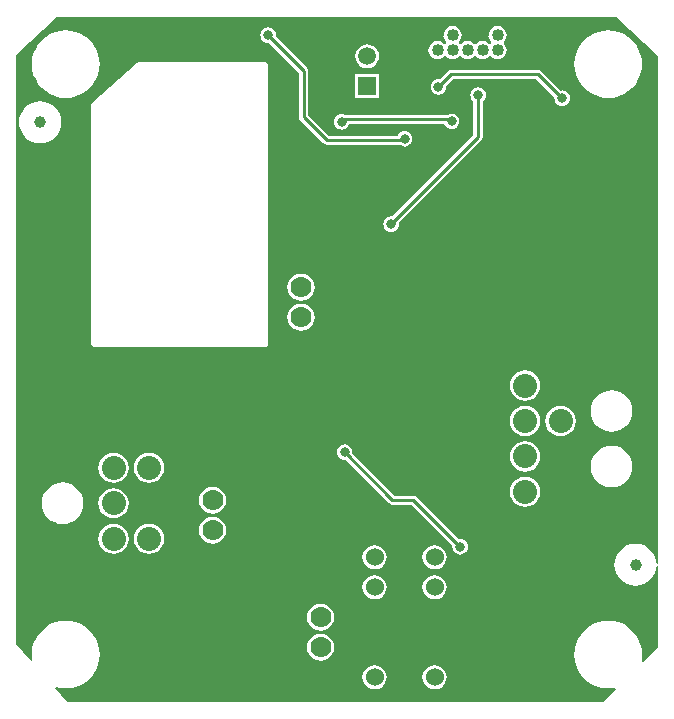
<source format=gbl>
G04*
G04 #@! TF.GenerationSoftware,Altium Limited,Altium Designer,20.1.12 (249)*
G04*
G04 Layer_Physical_Order=2*
G04 Layer_Color=16711680*
%FSLAX25Y25*%
%MOIN*%
G70*
G04*
G04 #@! TF.SameCoordinates,CD40AE63-01C5-41B5-9579-828B942A7482*
G04*
G04*
G04 #@! TF.FilePolarity,Positive*
G04*
G01*
G75*
%ADD10C,0.01000*%
%ADD61C,0.03937*%
%ADD65C,0.04000*%
%ADD66R,0.05906X0.05906*%
%ADD67C,0.05906*%
%ADD68C,0.07000*%
%ADD69C,0.06000*%
%ADD70C,0.08000*%
%ADD71C,0.03150*%
G36*
X587500Y416000D02*
X587500Y246869D01*
X587000Y246844D01*
X586899Y247872D01*
X586498Y249192D01*
X585848Y250408D01*
X584974Y251474D01*
X583908Y252348D01*
X582692Y252998D01*
X581372Y253399D01*
X580000Y253534D01*
X578628Y253399D01*
X577308Y252998D01*
X576092Y252348D01*
X575026Y251474D01*
X574152Y250408D01*
X573502Y249192D01*
X573101Y247872D01*
X572966Y246500D01*
X573101Y245128D01*
X573502Y243808D01*
X574152Y242592D01*
X575026Y241526D01*
X576092Y240651D01*
X577308Y240002D01*
X578628Y239601D01*
X580000Y239466D01*
X581372Y239601D01*
X582692Y240002D01*
X583908Y240651D01*
X584974Y241526D01*
X585848Y242592D01*
X586498Y243808D01*
X586899Y245128D01*
X587000Y246156D01*
X587500Y246131D01*
Y219237D01*
X582341Y214077D01*
X581904Y214322D01*
X582012Y214770D01*
X582151Y216535D01*
X582012Y218301D01*
X581599Y220023D01*
X580921Y221659D01*
X579996Y223168D01*
X578846Y224515D01*
X577499Y225665D01*
X575989Y226590D01*
X574353Y227268D01*
X572632Y227681D01*
X570866Y227820D01*
X569101Y227681D01*
X567379Y227268D01*
X565743Y226590D01*
X564233Y225665D01*
X562887Y224515D01*
X561736Y223168D01*
X560811Y221659D01*
X560134Y220023D01*
X559720Y218301D01*
X559581Y216535D01*
X559720Y214770D01*
X560134Y213048D01*
X560811Y211412D01*
X561736Y209902D01*
X562887Y208556D01*
X564233Y207406D01*
X565743Y206481D01*
X567379Y205803D01*
X569101Y205390D01*
X570866Y205251D01*
X572632Y205390D01*
X573080Y205497D01*
X573324Y205061D01*
X569051Y200787D01*
X390500D01*
X386526Y205294D01*
X386797Y205743D01*
X388270Y205390D01*
X390035Y205251D01*
X391801Y205390D01*
X393523Y205803D01*
X395159Y206481D01*
X396669Y207406D01*
X398015Y208556D01*
X399165Y209902D01*
X400090Y211412D01*
X400768Y213048D01*
X401181Y214770D01*
X401320Y216535D01*
X401181Y218301D01*
X400768Y220023D01*
X400090Y221659D01*
X399165Y223168D01*
X398015Y224515D01*
X396669Y225665D01*
X395159Y226590D01*
X393523Y227268D01*
X391801Y227681D01*
X390035Y227820D01*
X388270Y227681D01*
X386548Y227268D01*
X384912Y226590D01*
X383402Y225665D01*
X382056Y224515D01*
X380906Y223168D01*
X379981Y221659D01*
X379303Y220023D01*
X378890Y218301D01*
X378751Y216535D01*
X378890Y214770D01*
X378917Y214658D01*
X378473Y214427D01*
X373500Y220067D01*
Y416533D01*
X387000Y429134D01*
X573500D01*
X587500Y416000D01*
D02*
G37*
%LPC*%
G36*
X534000Y426026D02*
X533217Y425923D01*
X532487Y425621D01*
X531860Y425140D01*
X531380Y424513D01*
X531077Y423783D01*
X530974Y423000D01*
X531077Y422217D01*
X531380Y421487D01*
X531860Y420860D01*
X531885Y420841D01*
X531911Y420297D01*
X531703Y420089D01*
X531159Y420115D01*
X531140Y420140D01*
X530513Y420620D01*
X529783Y420923D01*
X529000Y421026D01*
X528217Y420923D01*
X527487Y420620D01*
X526860Y420140D01*
X526750Y419996D01*
X526250D01*
X526140Y420140D01*
X525513Y420620D01*
X524783Y420923D01*
X524000Y421026D01*
X523217Y420923D01*
X522487Y420620D01*
X521860Y420140D01*
X521750Y419996D01*
X521250D01*
X521140Y420140D01*
X520996Y420250D01*
Y420750D01*
X521140Y420860D01*
X521621Y421487D01*
X521923Y422217D01*
X522026Y423000D01*
X521923Y423783D01*
X521621Y424513D01*
X521140Y425140D01*
X520513Y425621D01*
X519783Y425923D01*
X519000Y426026D01*
X518217Y425923D01*
X517487Y425621D01*
X516860Y425140D01*
X516379Y424513D01*
X516077Y423783D01*
X515974Y423000D01*
X516077Y422217D01*
X516379Y421487D01*
X516860Y420860D01*
X516885Y420841D01*
X516911Y420297D01*
X516703Y420089D01*
X516159Y420115D01*
X516140Y420140D01*
X515513Y420620D01*
X514783Y420923D01*
X514000Y421026D01*
X513217Y420923D01*
X512487Y420620D01*
X511860Y420140D01*
X511379Y419513D01*
X511077Y418783D01*
X510974Y418000D01*
X511077Y417217D01*
X511379Y416487D01*
X511860Y415860D01*
X512487Y415379D01*
X513217Y415077D01*
X514000Y414974D01*
X514783Y415077D01*
X515513Y415379D01*
X516140Y415860D01*
X516250Y416004D01*
X516750D01*
X516860Y415860D01*
X517487Y415379D01*
X518217Y415077D01*
X519000Y414974D01*
X519783Y415077D01*
X520513Y415379D01*
X521140Y415860D01*
X521250Y416004D01*
X521750D01*
X521860Y415860D01*
X522487Y415379D01*
X523217Y415077D01*
X524000Y414974D01*
X524783Y415077D01*
X525513Y415379D01*
X526140Y415860D01*
X526250Y416004D01*
X526750D01*
X526860Y415860D01*
X527487Y415379D01*
X528217Y415077D01*
X529000Y414974D01*
X529783Y415077D01*
X530513Y415379D01*
X531140Y415860D01*
X531250Y416004D01*
X531750D01*
X531860Y415860D01*
X532487Y415379D01*
X533217Y415077D01*
X534000Y414974D01*
X534783Y415077D01*
X535513Y415379D01*
X536140Y415860D01*
X536621Y416487D01*
X536923Y417217D01*
X537026Y418000D01*
X536923Y418783D01*
X536621Y419513D01*
X536140Y420140D01*
X535996Y420250D01*
Y420750D01*
X536140Y420860D01*
X536621Y421487D01*
X536923Y422217D01*
X537026Y423000D01*
X536923Y423783D01*
X536621Y424513D01*
X536140Y425140D01*
X535513Y425621D01*
X534783Y425923D01*
X534000Y426026D01*
D02*
G37*
G36*
X490500Y419987D02*
X489468Y419851D01*
X488507Y419453D01*
X487681Y418819D01*
X487047Y417993D01*
X486649Y417032D01*
X486513Y416000D01*
X486649Y414968D01*
X487047Y414007D01*
X487681Y413181D01*
X488507Y412547D01*
X489468Y412149D01*
X490500Y412013D01*
X491532Y412149D01*
X492493Y412547D01*
X493319Y413181D01*
X493953Y414007D01*
X494351Y414968D01*
X494487Y416000D01*
X494351Y417032D01*
X493953Y417993D01*
X493319Y418819D01*
X492493Y419453D01*
X491532Y419851D01*
X490500Y419987D01*
D02*
G37*
G36*
X570866Y424671D02*
X569101Y424532D01*
X567379Y424118D01*
X565743Y423441D01*
X564233Y422515D01*
X562887Y421365D01*
X561736Y420019D01*
X560811Y418509D01*
X560134Y416873D01*
X559720Y415151D01*
X559581Y413386D01*
X559720Y411621D01*
X560134Y409899D01*
X560811Y408263D01*
X561736Y406753D01*
X562887Y405406D01*
X564233Y404256D01*
X565743Y403331D01*
X567379Y402653D01*
X569101Y402240D01*
X570866Y402101D01*
X572632Y402240D01*
X574353Y402653D01*
X575989Y403331D01*
X577499Y404256D01*
X578846Y405406D01*
X579996Y406753D01*
X580921Y408263D01*
X581599Y409899D01*
X582012Y411621D01*
X582151Y413386D01*
X582012Y415151D01*
X581599Y416873D01*
X580921Y418509D01*
X579996Y420019D01*
X578846Y421365D01*
X577499Y422515D01*
X575989Y423441D01*
X574353Y424118D01*
X572632Y424532D01*
X570866Y424671D01*
D02*
G37*
G36*
X390035D02*
X388270Y424532D01*
X386548Y424118D01*
X384912Y423441D01*
X383402Y422515D01*
X382056Y421365D01*
X380906Y420019D01*
X379981Y418509D01*
X379303Y416873D01*
X378890Y415151D01*
X378751Y413386D01*
X378890Y411621D01*
X379303Y409899D01*
X379981Y408263D01*
X380906Y406753D01*
X382056Y405406D01*
X383402Y404256D01*
X384912Y403331D01*
X386548Y402653D01*
X388270Y402240D01*
X390035Y402101D01*
X391801Y402240D01*
X393523Y402653D01*
X395159Y403331D01*
X396669Y404256D01*
X398015Y405406D01*
X399165Y406753D01*
X400090Y408263D01*
X400768Y409899D01*
X401181Y411621D01*
X401320Y413386D01*
X401181Y415151D01*
X400768Y416873D01*
X400090Y418509D01*
X399165Y420019D01*
X398015Y421365D01*
X396669Y422515D01*
X395159Y423441D01*
X393523Y424118D01*
X391801Y424532D01*
X390035Y424671D01*
D02*
G37*
G36*
X494453Y409953D02*
X486547D01*
Y402047D01*
X494453D01*
Y409953D01*
D02*
G37*
G36*
X547500Y411529D02*
X518500D01*
X517915Y411413D01*
X517419Y411081D01*
X514696Y408359D01*
X514313Y408410D01*
X513640Y408321D01*
X513014Y408062D01*
X512476Y407649D01*
X512063Y407111D01*
X511804Y406485D01*
X511716Y405813D01*
X511804Y405140D01*
X512063Y404514D01*
X512476Y403976D01*
X513014Y403563D01*
X513640Y403304D01*
X514313Y403216D01*
X514985Y403304D01*
X515611Y403563D01*
X516149Y403976D01*
X516562Y404514D01*
X516821Y405140D01*
X516910Y405813D01*
X516859Y406196D01*
X519134Y408471D01*
X546867D01*
X552953Y402384D01*
X552903Y402000D01*
X552991Y401328D01*
X553251Y400702D01*
X553664Y400164D01*
X554202Y399751D01*
X554828Y399492D01*
X555500Y399403D01*
X556172Y399492D01*
X556799Y399751D01*
X557336Y400164D01*
X557749Y400702D01*
X558008Y401328D01*
X558097Y402000D01*
X558008Y402672D01*
X557749Y403299D01*
X557336Y403836D01*
X556799Y404249D01*
X556172Y404508D01*
X555500Y404597D01*
X555116Y404546D01*
X548581Y411081D01*
X548085Y411413D01*
X547500Y411529D01*
D02*
G37*
G36*
X518698Y396899D02*
X518025Y396811D01*
X517399Y396551D01*
X517294Y396471D01*
X517000Y396529D01*
X482972D01*
X482924Y396520D01*
X482734Y396598D01*
X482062Y396687D01*
X481390Y396598D01*
X480763Y396339D01*
X480226Y395926D01*
X479813Y395388D01*
X479554Y394762D01*
X479465Y394090D01*
X479554Y393417D01*
X479813Y392791D01*
X480226Y392253D01*
X480763Y391841D01*
X481390Y391581D01*
X482062Y391493D01*
X482734Y391581D01*
X483360Y391841D01*
X483898Y392253D01*
X484311Y392791D01*
X484571Y393417D01*
X484578Y393471D01*
X516255D01*
X516448Y393004D01*
X516861Y392466D01*
X517399Y392053D01*
X518025Y391794D01*
X518698Y391705D01*
X519370Y391794D01*
X519996Y392053D01*
X520534Y392466D01*
X520947Y393004D01*
X521206Y393630D01*
X521295Y394302D01*
X521206Y394975D01*
X520947Y395601D01*
X520534Y396139D01*
X519996Y396551D01*
X519370Y396811D01*
X518698Y396899D01*
D02*
G37*
G36*
X381500Y401034D02*
X380128Y400899D01*
X378808Y400498D01*
X377592Y399849D01*
X376526Y398974D01*
X375652Y397908D01*
X375002Y396692D01*
X374601Y395372D01*
X374466Y394000D01*
X374601Y392628D01*
X375002Y391308D01*
X375652Y390092D01*
X376526Y389026D01*
X377592Y388152D01*
X378808Y387502D01*
X380128Y387101D01*
X381500Y386966D01*
X382872Y387101D01*
X384192Y387502D01*
X385408Y388152D01*
X386474Y389026D01*
X387349Y390092D01*
X387999Y391308D01*
X388399Y392628D01*
X388534Y394000D01*
X388399Y395372D01*
X387999Y396692D01*
X387349Y397908D01*
X386474Y398974D01*
X385408Y399849D01*
X384192Y400498D01*
X382872Y400899D01*
X381500Y401034D01*
D02*
G37*
G36*
X457500Y425597D02*
X456828Y425508D01*
X456202Y425249D01*
X455664Y424836D01*
X455251Y424298D01*
X454991Y423672D01*
X454903Y423000D01*
X454991Y422328D01*
X455251Y421701D01*
X455664Y421164D01*
X456202Y420751D01*
X456828Y420492D01*
X457500Y420403D01*
X457884Y420454D01*
X467821Y410517D01*
Y395650D01*
X467937Y395065D01*
X468268Y394569D01*
X475919Y386919D01*
X476415Y386587D01*
X477000Y386471D01*
X501339D01*
X501400Y386483D01*
X501701Y386251D01*
X502328Y385992D01*
X503000Y385903D01*
X503672Y385992D01*
X504298Y386251D01*
X504836Y386664D01*
X505249Y387201D01*
X505509Y387828D01*
X505597Y388500D01*
X505509Y389172D01*
X505249Y389798D01*
X504836Y390336D01*
X504298Y390749D01*
X503672Y391008D01*
X503000Y391097D01*
X502328Y391008D01*
X501701Y390749D01*
X501164Y390336D01*
X500751Y389798D01*
X500639Y389529D01*
X477633D01*
X470879Y396284D01*
Y411150D01*
X470763Y411735D01*
X470431Y412232D01*
X460046Y422616D01*
X460097Y423000D01*
X460008Y423672D01*
X459749Y424298D01*
X459336Y424836D01*
X458799Y425249D01*
X458172Y425508D01*
X457500Y425597D01*
D02*
G37*
G36*
X527500Y405597D02*
X526828Y405509D01*
X526201Y405249D01*
X525664Y404836D01*
X525251Y404298D01*
X524992Y403672D01*
X524903Y403000D01*
X524992Y402328D01*
X525251Y401701D01*
X525664Y401164D01*
X525971Y400928D01*
Y389633D01*
X498884Y362546D01*
X498500Y362597D01*
X497828Y362509D01*
X497201Y362249D01*
X496664Y361836D01*
X496251Y361298D01*
X495992Y360672D01*
X495903Y360000D01*
X495992Y359328D01*
X496251Y358701D01*
X496664Y358164D01*
X497201Y357751D01*
X497828Y357491D01*
X498500Y357403D01*
X499172Y357491D01*
X499798Y357751D01*
X500336Y358164D01*
X500749Y358701D01*
X501009Y359328D01*
X501097Y360000D01*
X501047Y360384D01*
X528581Y387919D01*
X528913Y388415D01*
X529029Y389000D01*
Y400928D01*
X529336Y401164D01*
X529749Y401701D01*
X530009Y402328D01*
X530097Y403000D01*
X530009Y403672D01*
X529749Y404298D01*
X529336Y404836D01*
X528798Y405249D01*
X528172Y405509D01*
X527500Y405597D01*
D02*
G37*
G36*
X468500Y343539D02*
X467325Y343384D01*
X466231Y342931D01*
X465291Y342209D01*
X464569Y341269D01*
X464116Y340175D01*
X463961Y339000D01*
X464116Y337825D01*
X464569Y336731D01*
X465291Y335791D01*
X466231Y335069D01*
X467325Y334616D01*
X468500Y334461D01*
X469675Y334616D01*
X470769Y335069D01*
X471709Y335791D01*
X472431Y336731D01*
X472884Y337825D01*
X473039Y339000D01*
X472884Y340175D01*
X472431Y341269D01*
X471709Y342209D01*
X470769Y342931D01*
X469675Y343384D01*
X468500Y343539D01*
D02*
G37*
G36*
Y333539D02*
X467325Y333384D01*
X466231Y332931D01*
X465291Y332209D01*
X464569Y331269D01*
X464116Y330175D01*
X463961Y329000D01*
X464116Y327825D01*
X464569Y326731D01*
X465291Y325791D01*
X466231Y325069D01*
X467325Y324616D01*
X468500Y324461D01*
X469675Y324616D01*
X470769Y325069D01*
X471709Y325791D01*
X472431Y326731D01*
X472884Y327825D01*
X473039Y329000D01*
X472884Y330175D01*
X472431Y331269D01*
X471709Y332209D01*
X470769Y332931D01*
X469675Y333384D01*
X468500Y333539D01*
D02*
G37*
G36*
X456500Y414020D02*
X414500D01*
X414331Y413986D01*
X414160Y413961D01*
X414137Y413947D01*
X414110Y413942D01*
X413966Y413846D01*
X413818Y413758D01*
X398818Y400258D01*
X398802Y400236D01*
X398779Y400221D01*
X398683Y400077D01*
X398580Y399939D01*
X398573Y399913D01*
X398558Y399890D01*
X398524Y399721D01*
X398482Y399554D01*
X398486Y399527D01*
X398480Y399500D01*
Y320500D01*
X398558Y320110D01*
X398779Y319779D01*
X399279Y319279D01*
X399610Y319058D01*
X400000Y318980D01*
X456500D01*
X456890Y319058D01*
X457221Y319279D01*
X457442Y319610D01*
X457520Y320000D01*
Y413000D01*
X457442Y413390D01*
X457221Y413721D01*
X456890Y413942D01*
X456500Y414020D01*
D02*
G37*
G36*
X543180Y311259D02*
X541875Y311087D01*
X540659Y310583D01*
X539614Y309782D01*
X538813Y308737D01*
X538309Y307521D01*
X538137Y306216D01*
X538309Y304910D01*
X538813Y303694D01*
X539614Y302650D01*
X540659Y301848D01*
X541875Y301344D01*
X543180Y301173D01*
X544486Y301344D01*
X545702Y301848D01*
X546746Y302650D01*
X547548Y303694D01*
X548052Y304910D01*
X548223Y306216D01*
X548052Y307521D01*
X547548Y308737D01*
X546746Y309782D01*
X545702Y310583D01*
X544486Y311087D01*
X543180Y311259D01*
D02*
G37*
G36*
X571999Y304690D02*
X570646Y304557D01*
X569344Y304162D01*
X568144Y303521D01*
X567093Y302658D01*
X566230Y301606D01*
X565589Y300407D01*
X565194Y299105D01*
X565060Y297751D01*
X565194Y296397D01*
X565589Y295096D01*
X566230Y293896D01*
X567093Y292845D01*
X568144Y291982D01*
X569344Y291340D01*
X570646Y290946D01*
X571999Y290812D01*
X573353Y290946D01*
X574655Y291340D01*
X575854Y291982D01*
X576906Y292845D01*
X577769Y293896D01*
X578410Y295096D01*
X578805Y296397D01*
X578938Y297751D01*
X578805Y299105D01*
X578410Y300407D01*
X577769Y301606D01*
X576906Y302658D01*
X575854Y303521D01*
X574655Y304162D01*
X573353Y304557D01*
X571999Y304690D01*
D02*
G37*
G36*
X554999Y299448D02*
X553694Y299276D01*
X552478Y298772D01*
X551433Y297971D01*
X550632Y296926D01*
X550128Y295710D01*
X549956Y294405D01*
X550128Y293099D01*
X550632Y291883D01*
X551433Y290839D01*
X552478Y290037D01*
X553694Y289533D01*
X554999Y289362D01*
X556305Y289533D01*
X557521Y290037D01*
X558565Y290839D01*
X559367Y291883D01*
X559870Y293099D01*
X560042Y294405D01*
X559870Y295710D01*
X559367Y296926D01*
X558565Y297971D01*
X557521Y298772D01*
X556305Y299276D01*
X554999Y299448D01*
D02*
G37*
G36*
X543180D02*
X541875Y299276D01*
X540659Y298772D01*
X539614Y297971D01*
X538813Y296926D01*
X538309Y295710D01*
X538137Y294405D01*
X538309Y293099D01*
X538813Y291883D01*
X539614Y290839D01*
X540659Y290037D01*
X541875Y289533D01*
X543180Y289362D01*
X544486Y289533D01*
X545702Y290037D01*
X546746Y290839D01*
X547548Y291883D01*
X548052Y293099D01*
X548223Y294405D01*
X548052Y295710D01*
X547548Y296926D01*
X546746Y297971D01*
X545702Y298772D01*
X544486Y299276D01*
X543180Y299448D01*
D02*
G37*
G36*
Y287637D02*
X541875Y287465D01*
X540659Y286961D01*
X539614Y286160D01*
X538813Y285115D01*
X538309Y283899D01*
X538137Y282594D01*
X538309Y281288D01*
X538813Y280072D01*
X539614Y279028D01*
X540659Y278226D01*
X541875Y277722D01*
X543180Y277551D01*
X544486Y277722D01*
X545702Y278226D01*
X546746Y279028D01*
X547548Y280072D01*
X548052Y281288D01*
X548223Y282594D01*
X548052Y283899D01*
X547548Y285115D01*
X546746Y286160D01*
X545702Y286961D01*
X544486Y287465D01*
X543180Y287637D01*
D02*
G37*
G36*
X417819Y283854D02*
X416514Y283682D01*
X415297Y283178D01*
X414253Y282377D01*
X413451Y281333D01*
X412948Y280116D01*
X412776Y278811D01*
X412948Y277506D01*
X413451Y276289D01*
X414253Y275245D01*
X415297Y274444D01*
X416514Y273940D01*
X417819Y273768D01*
X419124Y273940D01*
X420340Y274444D01*
X421385Y275245D01*
X422186Y276289D01*
X422690Y277506D01*
X422862Y278811D01*
X422690Y280116D01*
X422186Y281333D01*
X421385Y282377D01*
X420340Y283178D01*
X419124Y283682D01*
X417819Y283854D01*
D02*
G37*
G36*
X406000D02*
X404695Y283682D01*
X403478Y283178D01*
X402434Y282377D01*
X401632Y281333D01*
X401129Y280116D01*
X400957Y278811D01*
X401129Y277506D01*
X401632Y276289D01*
X402434Y275245D01*
X403478Y274444D01*
X404695Y273940D01*
X406000Y273768D01*
X407305Y273940D01*
X408522Y274444D01*
X409566Y275245D01*
X410367Y276289D01*
X410871Y277506D01*
X411043Y278811D01*
X410871Y280116D01*
X410367Y281333D01*
X409566Y282377D01*
X408522Y283178D01*
X407305Y283682D01*
X406000Y283854D01*
D02*
G37*
G36*
X571999Y286186D02*
X570646Y286053D01*
X569344Y285658D01*
X568144Y285017D01*
X567093Y284154D01*
X566230Y283102D01*
X565589Y281903D01*
X565194Y280601D01*
X565060Y279247D01*
X565194Y277893D01*
X565589Y276592D01*
X566230Y275392D01*
X567093Y274341D01*
X568144Y273478D01*
X569344Y272836D01*
X570646Y272442D01*
X571999Y272308D01*
X573353Y272442D01*
X574655Y272836D01*
X575854Y273478D01*
X576906Y274341D01*
X577769Y275392D01*
X578410Y276592D01*
X578805Y277893D01*
X578938Y279247D01*
X578805Y280601D01*
X578410Y281903D01*
X577769Y283102D01*
X576906Y284154D01*
X575854Y285017D01*
X574655Y285658D01*
X573353Y286053D01*
X571999Y286186D01*
D02*
G37*
G36*
X543180Y275826D02*
X541875Y275654D01*
X540659Y275150D01*
X539614Y274349D01*
X538813Y273304D01*
X538309Y272088D01*
X538137Y270783D01*
X538309Y269477D01*
X538813Y268261D01*
X539614Y267217D01*
X540659Y266415D01*
X541875Y265911D01*
X543180Y265739D01*
X544486Y265911D01*
X545702Y266415D01*
X546746Y267217D01*
X547548Y268261D01*
X548052Y269477D01*
X548223Y270783D01*
X548052Y272088D01*
X547548Y273304D01*
X546746Y274349D01*
X545702Y275150D01*
X544486Y275654D01*
X543180Y275826D01*
D02*
G37*
G36*
X439000Y272539D02*
X437825Y272384D01*
X436731Y271931D01*
X435791Y271209D01*
X435069Y270269D01*
X434616Y269175D01*
X434461Y268000D01*
X434616Y266825D01*
X435069Y265731D01*
X435791Y264791D01*
X436731Y264069D01*
X437825Y263616D01*
X439000Y263461D01*
X440175Y263616D01*
X441269Y264069D01*
X442209Y264791D01*
X442931Y265731D01*
X443384Y266825D01*
X443539Y268000D01*
X443384Y269175D01*
X442931Y270269D01*
X442209Y271209D01*
X441269Y271931D01*
X440175Y272384D01*
X439000Y272539D01*
D02*
G37*
G36*
X406000Y272043D02*
X404695Y271871D01*
X403478Y271368D01*
X402434Y270566D01*
X401632Y269522D01*
X401129Y268305D01*
X400957Y267000D01*
X401129Y265695D01*
X401632Y264478D01*
X402434Y263434D01*
X403478Y262632D01*
X404695Y262129D01*
X406000Y261957D01*
X407305Y262129D01*
X408522Y262632D01*
X409566Y263434D01*
X410367Y264478D01*
X410871Y265695D01*
X411043Y267000D01*
X410871Y268305D01*
X410367Y269522D01*
X409566Y270566D01*
X408522Y271368D01*
X407305Y271871D01*
X406000Y272043D01*
D02*
G37*
G36*
X389000Y273939D02*
X387646Y273806D01*
X386345Y273411D01*
X385145Y272769D01*
X384093Y271907D01*
X383230Y270855D01*
X382589Y269655D01*
X382194Y268354D01*
X382061Y267000D01*
X382194Y265646D01*
X382589Y264345D01*
X383230Y263145D01*
X384093Y262093D01*
X385145Y261230D01*
X386345Y260589D01*
X387646Y260194D01*
X389000Y260061D01*
X390354Y260194D01*
X391655Y260589D01*
X392855Y261230D01*
X393907Y262093D01*
X394770Y263145D01*
X395411Y264345D01*
X395806Y265646D01*
X395939Y267000D01*
X395806Y268354D01*
X395411Y269655D01*
X394770Y270855D01*
X393907Y271907D01*
X392855Y272769D01*
X391655Y273411D01*
X390354Y273806D01*
X389000Y273939D01*
D02*
G37*
G36*
X439000Y262539D02*
X437825Y262384D01*
X436731Y261931D01*
X435791Y261209D01*
X435069Y260269D01*
X434616Y259175D01*
X434461Y258000D01*
X434616Y256825D01*
X435069Y255731D01*
X435791Y254791D01*
X436731Y254069D01*
X437825Y253616D01*
X439000Y253461D01*
X440175Y253616D01*
X441269Y254069D01*
X442209Y254791D01*
X442931Y255731D01*
X443384Y256825D01*
X443539Y258000D01*
X443384Y259175D01*
X442931Y260269D01*
X442209Y261209D01*
X441269Y261931D01*
X440175Y262384D01*
X439000Y262539D01*
D02*
G37*
G36*
X417819Y260232D02*
X416514Y260060D01*
X415297Y259557D01*
X414253Y258755D01*
X413451Y257711D01*
X412948Y256494D01*
X412776Y255189D01*
X412948Y253884D01*
X413451Y252667D01*
X414253Y251623D01*
X415297Y250821D01*
X416514Y250318D01*
X417819Y250146D01*
X419124Y250318D01*
X420340Y250821D01*
X421385Y251623D01*
X422186Y252667D01*
X422690Y253884D01*
X422862Y255189D01*
X422690Y256494D01*
X422186Y257711D01*
X421385Y258755D01*
X420340Y259557D01*
X419124Y260060D01*
X417819Y260232D01*
D02*
G37*
G36*
X406000D02*
X404695Y260060D01*
X403478Y259557D01*
X402434Y258755D01*
X401632Y257711D01*
X401129Y256494D01*
X400957Y255189D01*
X401129Y253884D01*
X401632Y252667D01*
X402434Y251623D01*
X403478Y250821D01*
X404695Y250318D01*
X406000Y250146D01*
X407305Y250318D01*
X408522Y250821D01*
X409566Y251623D01*
X410367Y252667D01*
X410871Y253884D01*
X411043Y255189D01*
X410871Y256494D01*
X410367Y257711D01*
X409566Y258755D01*
X408522Y259557D01*
X407305Y260060D01*
X406000Y260232D01*
D02*
G37*
G36*
X483000Y286597D02*
X482328Y286508D01*
X481702Y286249D01*
X481164Y285836D01*
X480751Y285298D01*
X480491Y284672D01*
X480403Y284000D01*
X480491Y283328D01*
X480751Y282701D01*
X481164Y282164D01*
X481702Y281751D01*
X482328Y281491D01*
X483000Y281403D01*
X483384Y281453D01*
X497874Y266963D01*
X498370Y266631D01*
X498956Y266515D01*
X505322D01*
X518954Y252884D01*
X518903Y252500D01*
X518992Y251828D01*
X519251Y251202D01*
X519664Y250664D01*
X520201Y250251D01*
X520828Y249991D01*
X521500Y249903D01*
X522172Y249991D01*
X522798Y250251D01*
X523336Y250664D01*
X523749Y251202D01*
X524009Y251828D01*
X524097Y252500D01*
X524009Y253172D01*
X523749Y253799D01*
X523336Y254336D01*
X522798Y254749D01*
X522172Y255009D01*
X521500Y255097D01*
X521116Y255047D01*
X507037Y269126D01*
X506541Y269457D01*
X505956Y269574D01*
X499589D01*
X485546Y283616D01*
X485597Y284000D01*
X485508Y284672D01*
X485249Y285298D01*
X484836Y285836D01*
X484299Y286249D01*
X483672Y286508D01*
X483000Y286597D01*
D02*
G37*
G36*
X513000Y253034D02*
X511956Y252897D01*
X510983Y252494D01*
X510147Y251853D01*
X509506Y251017D01*
X509103Y250044D01*
X508965Y249000D01*
X509103Y247956D01*
X509506Y246983D01*
X510147Y246147D01*
X510983Y245506D01*
X511956Y245103D01*
X513000Y244966D01*
X514044Y245103D01*
X515017Y245506D01*
X515853Y246147D01*
X516494Y246983D01*
X516897Y247956D01*
X517034Y249000D01*
X516897Y250044D01*
X516494Y251017D01*
X515853Y251853D01*
X515017Y252494D01*
X514044Y252897D01*
X513000Y253034D01*
D02*
G37*
G36*
X493000D02*
X491956Y252897D01*
X490983Y252494D01*
X490147Y251853D01*
X489506Y251017D01*
X489103Y250044D01*
X488966Y249000D01*
X489103Y247956D01*
X489506Y246983D01*
X490147Y246147D01*
X490983Y245506D01*
X491956Y245103D01*
X493000Y244966D01*
X494044Y245103D01*
X495017Y245506D01*
X495853Y246147D01*
X496494Y246983D01*
X496897Y247956D01*
X497035Y249000D01*
X496897Y250044D01*
X496494Y251017D01*
X495853Y251853D01*
X495017Y252494D01*
X494044Y252897D01*
X493000Y253034D01*
D02*
G37*
G36*
X513000Y243035D02*
X511956Y242897D01*
X510983Y242494D01*
X510147Y241853D01*
X509506Y241017D01*
X509103Y240044D01*
X508965Y239000D01*
X509103Y237956D01*
X509506Y236983D01*
X510147Y236147D01*
X510983Y235506D01*
X511956Y235103D01*
X513000Y234965D01*
X514044Y235103D01*
X515017Y235506D01*
X515853Y236147D01*
X516494Y236983D01*
X516897Y237956D01*
X517034Y239000D01*
X516897Y240044D01*
X516494Y241017D01*
X515853Y241853D01*
X515017Y242494D01*
X514044Y242897D01*
X513000Y243035D01*
D02*
G37*
G36*
X493000D02*
X491956Y242897D01*
X490983Y242494D01*
X490147Y241853D01*
X489506Y241017D01*
X489103Y240044D01*
X488966Y239000D01*
X489103Y237956D01*
X489506Y236983D01*
X490147Y236147D01*
X490983Y235506D01*
X491956Y235103D01*
X493000Y234965D01*
X494044Y235103D01*
X495017Y235506D01*
X495853Y236147D01*
X496494Y236983D01*
X496897Y237956D01*
X497035Y239000D01*
X496897Y240044D01*
X496494Y241017D01*
X495853Y241853D01*
X495017Y242494D01*
X494044Y242897D01*
X493000Y243035D01*
D02*
G37*
G36*
X475000Y233539D02*
X473825Y233384D01*
X472731Y232931D01*
X471791Y232209D01*
X471069Y231269D01*
X470616Y230175D01*
X470461Y229000D01*
X470616Y227825D01*
X471069Y226731D01*
X471791Y225791D01*
X472731Y225069D01*
X473825Y224616D01*
X475000Y224461D01*
X476175Y224616D01*
X477269Y225069D01*
X478209Y225791D01*
X478931Y226731D01*
X479384Y227825D01*
X479539Y229000D01*
X479384Y230175D01*
X478931Y231269D01*
X478209Y232209D01*
X477269Y232931D01*
X476175Y233384D01*
X475000Y233539D01*
D02*
G37*
G36*
Y223539D02*
X473825Y223384D01*
X472731Y222931D01*
X471791Y222209D01*
X471069Y221269D01*
X470616Y220175D01*
X470461Y219000D01*
X470616Y217825D01*
X471069Y216731D01*
X471791Y215791D01*
X472731Y215069D01*
X473825Y214616D01*
X475000Y214461D01*
X476175Y214616D01*
X477269Y215069D01*
X478209Y215791D01*
X478931Y216731D01*
X479384Y217825D01*
X479539Y219000D01*
X479384Y220175D01*
X478931Y221269D01*
X478209Y222209D01*
X477269Y222931D01*
X476175Y223384D01*
X475000Y223539D01*
D02*
G37*
G36*
X513000Y213035D02*
X511956Y212897D01*
X510983Y212494D01*
X510147Y211853D01*
X509506Y211017D01*
X509103Y210044D01*
X508965Y209000D01*
X509103Y207956D01*
X509506Y206983D01*
X510147Y206147D01*
X510983Y205506D01*
X511956Y205103D01*
X513000Y204965D01*
X514044Y205103D01*
X515017Y205506D01*
X515853Y206147D01*
X516494Y206983D01*
X516897Y207956D01*
X517034Y209000D01*
X516897Y210044D01*
X516494Y211017D01*
X515853Y211853D01*
X515017Y212494D01*
X514044Y212897D01*
X513000Y213035D01*
D02*
G37*
G36*
X493000D02*
X491956Y212897D01*
X490983Y212494D01*
X490147Y211853D01*
X489506Y211017D01*
X489103Y210044D01*
X488966Y209000D01*
X489103Y207956D01*
X489506Y206983D01*
X490147Y206147D01*
X490983Y205506D01*
X491956Y205103D01*
X493000Y204965D01*
X494044Y205103D01*
X495017Y205506D01*
X495853Y206147D01*
X496494Y206983D01*
X496897Y207956D01*
X497035Y209000D01*
X496897Y210044D01*
X496494Y211017D01*
X495853Y211853D01*
X495017Y212494D01*
X494044Y212897D01*
X493000Y213035D01*
D02*
G37*
%LPD*%
D10*
X498956Y268044D02*
X505956D01*
X521500Y252500D01*
X498500Y360000D02*
X527500Y389000D01*
Y403000D01*
X517783Y394217D02*
X518612D01*
X517000Y395000D02*
X517783Y394217D01*
X518612D02*
X518698Y394302D01*
X469350Y395650D02*
X477000Y388000D01*
X469350Y395650D02*
Y411150D01*
X477000Y388000D02*
X501339D01*
X502589Y388089D02*
X503000Y388500D01*
X501428Y388089D02*
X502589D01*
X501339Y388000D02*
X501428Y388089D01*
X547500Y410000D02*
X555500Y402000D01*
X514313Y405813D02*
X518500Y410000D01*
X547500D01*
X483000Y284000D02*
X498956Y268044D01*
X482972Y395000D02*
X517000D01*
X482062Y394090D02*
X482972Y395000D01*
X457500Y423000D02*
X469350Y411150D01*
D61*
X580000Y246500D02*
D03*
X381500Y394000D02*
D03*
D65*
X524000Y418000D02*
D03*
Y423000D02*
D03*
X529000D02*
D03*
Y418000D02*
D03*
X534000D02*
D03*
Y423000D02*
D03*
X519000D02*
D03*
Y418000D02*
D03*
X514000D02*
D03*
Y423000D02*
D03*
D66*
X490500Y406000D02*
D03*
D67*
Y416000D02*
D03*
Y426000D02*
D03*
D68*
X439000Y258000D02*
D03*
Y268000D02*
D03*
X475000Y229000D02*
D03*
Y219000D02*
D03*
X468500Y339000D02*
D03*
Y329000D02*
D03*
D69*
X493000Y209000D02*
D03*
X513000D02*
D03*
X493000Y239000D02*
D03*
X513000D02*
D03*
X493000Y249000D02*
D03*
X513000D02*
D03*
D70*
X543180Y282594D02*
D03*
Y294405D02*
D03*
X554999Y282594D02*
D03*
Y294405D02*
D03*
Y306216D02*
D03*
X543180D02*
D03*
X554999Y270783D02*
D03*
X543180D02*
D03*
X406000Y278811D02*
D03*
X417819D02*
D03*
Y267000D02*
D03*
Y255189D02*
D03*
X406000Y267000D02*
D03*
Y255189D02*
D03*
D71*
X459000Y357500D02*
D03*
Y361500D02*
D03*
Y365500D02*
D03*
Y369500D02*
D03*
Y373000D02*
D03*
X462500D02*
D03*
Y369000D02*
D03*
Y365000D02*
D03*
X557500Y340500D02*
D03*
X529000Y319500D02*
D03*
X532000Y264500D02*
D03*
X547500Y367500D02*
D03*
X549500Y377500D02*
D03*
X545500Y390000D02*
D03*
X482500Y264500D02*
D03*
X497000Y317500D02*
D03*
X480000Y360500D02*
D03*
X462500Y361000D02*
D03*
X478500Y309000D02*
D03*
X482575Y278000D02*
D03*
X521500Y252500D02*
D03*
X498500Y360000D02*
D03*
X518698Y394302D02*
D03*
X425500Y263500D02*
D03*
X555500Y402000D02*
D03*
X527500Y403000D02*
D03*
X483000Y284000D02*
D03*
X514313Y405813D02*
D03*
X503000Y388500D02*
D03*
X482062Y394090D02*
D03*
X457500Y423000D02*
D03*
M02*

</source>
